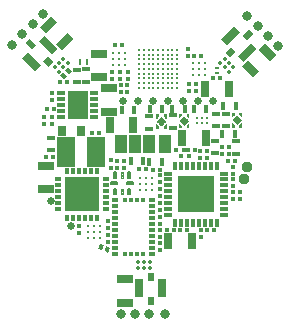
<source format=gts>
G75*
%MOIN*%
%OFA0B0*%
%FSLAX25Y25*%
%IPPOS*%
%LPD*%
%AMOC8*
5,1,8,0,0,1.08239X$1,22.5*
%
%ADD10C,0.01381*%
%ADD11C,0.01184*%
%ADD12R,0.02956X0.05318*%
%ADD13R,0.01381X0.01775*%
%ADD14R,0.01775X0.01381*%
%ADD15R,0.01381X0.02169*%
%ADD16R,0.02169X0.01381*%
%ADD17R,0.11224X0.11224*%
%ADD18R,0.12405X0.12405*%
%ADD19R,0.02562X0.01184*%
%ADD20R,0.01184X0.02562*%
%ADD21C,0.00200*%
%ADD22R,0.05318X0.02956*%
%ADD23R,0.02956X0.01184*%
%ADD24R,0.06696X0.09570*%
%ADD25R,0.01145X0.02129*%
%ADD26R,0.02562X0.01775*%
%ADD27R,0.06106X0.10043*%
%ADD28R,0.02956X0.03743*%
%ADD29R,0.01578X0.00987*%
%ADD30R,0.01775X0.02562*%
%ADD31C,0.00592*%
%ADD32C,0.00494*%
%ADD33C,0.00691*%
%ADD34C,0.01106*%
%ADD35C,0.02562*%
%ADD36C,0.03743*%
%ADD37R,0.02169X0.02956*%
%ADD38R,0.06106X0.02562*%
%ADD39R,0.02169X0.02562*%
%ADD40C,0.03153*%
%ADD41R,0.04137X0.06106*%
%ADD42R,0.02562X0.06106*%
%ADD43R,0.02070X0.01184*%
%ADD44R,0.01184X0.01676*%
D10*
X0088479Y0083105D03*
X0088479Y0085073D03*
X0090447Y0085073D03*
X0090447Y0083105D03*
X0092416Y0083105D03*
X0092416Y0085073D03*
X0118704Y0148538D03*
X0120096Y0149930D03*
X0118704Y0151322D03*
X0117312Y0152714D03*
X0115920Y0151322D03*
X0117312Y0149930D03*
X0064975Y0151322D03*
X0063583Y0152714D03*
X0062191Y0151322D03*
X0060799Y0149930D03*
X0062191Y0148538D03*
X0063583Y0149930D03*
D11*
X0080014Y0150821D03*
X0080014Y0152790D03*
X0080014Y0154758D03*
X0081983Y0154758D03*
X0081983Y0152790D03*
X0083951Y0152790D03*
X0083951Y0154758D03*
X0083951Y0150821D03*
X0081983Y0150821D03*
X0106786Y0151215D03*
X0108755Y0151215D03*
X0110723Y0151215D03*
X0110723Y0149246D03*
X0110723Y0147278D03*
X0108755Y0147278D03*
X0108755Y0149246D03*
X0106786Y0149246D03*
X0106786Y0147278D03*
X0093006Y0113026D03*
X0091038Y0113026D03*
X0089069Y0113026D03*
X0089069Y0111057D03*
X0089069Y0109089D03*
X0091038Y0109089D03*
X0091038Y0111057D03*
X0093006Y0111057D03*
X0093006Y0109089D03*
X0075684Y0096884D03*
X0075684Y0094916D03*
X0075684Y0092947D03*
X0073715Y0092947D03*
X0071747Y0092947D03*
X0071747Y0094916D03*
X0073715Y0094916D03*
X0073715Y0096884D03*
X0071747Y0096884D03*
D12*
X0098597Y0091924D03*
X0106471Y0091924D03*
X0103125Y0126254D03*
X0110999Y0126254D03*
X0110880Y0142672D03*
X0118755Y0142672D03*
G36*
X0123045Y0150236D02*
X0125135Y0152326D01*
X0128895Y0148566D01*
X0126805Y0146476D01*
X0123045Y0150236D01*
G37*
G36*
X0128613Y0155804D02*
X0130703Y0157894D01*
X0134463Y0154134D01*
X0132373Y0152044D01*
X0128613Y0155804D01*
G37*
X0086904Y0130624D03*
X0079030Y0130624D03*
G36*
X0063277Y0155663D02*
X0061187Y0157753D01*
X0064947Y0161513D01*
X0067037Y0159423D01*
X0063277Y0155663D01*
G37*
G36*
X0057709Y0161230D02*
X0055619Y0163320D01*
X0059379Y0167080D01*
X0061469Y0164990D01*
X0057709Y0161230D01*
G37*
D13*
G36*
X0076375Y0088936D02*
X0075079Y0089408D01*
X0075685Y0091074D01*
X0076981Y0090602D01*
X0076375Y0088936D01*
G37*
G36*
X0078595Y0088128D02*
X0077299Y0088600D01*
X0077905Y0090266D01*
X0079201Y0089794D01*
X0078595Y0088128D01*
G37*
X0098006Y0095821D03*
X0100369Y0095821D03*
X0102377Y0095729D03*
X0104739Y0095729D03*
X0111314Y0095624D03*
X0113676Y0095624D03*
X0119975Y0106136D03*
X0119975Y0108301D03*
X0122337Y0108301D03*
X0122337Y0106136D03*
X0120762Y0118735D03*
X0118400Y0118735D03*
X0118873Y0120939D03*
X0116510Y0120939D03*
X0116510Y0123341D03*
X0118873Y0123341D03*
X0111432Y0121963D03*
X0111432Y0119758D03*
X0109069Y0119758D03*
X0109069Y0121963D03*
X0107377Y0122475D03*
X0105014Y0122475D03*
X0103636Y0122475D03*
X0102928Y0120388D03*
X0105290Y0120388D03*
X0101274Y0122475D03*
X0095880Y0115782D03*
X0093518Y0115782D03*
X0091156Y0115900D03*
X0088794Y0115900D03*
X0083755Y0116490D03*
X0081392Y0116490D03*
X0081471Y0118735D03*
X0083833Y0118735D03*
X0075329Y0128105D03*
X0072967Y0128105D03*
X0060408Y0136057D03*
X0058046Y0136057D03*
X0057258Y0133459D03*
X0057258Y0131097D03*
X0059621Y0131097D03*
X0059621Y0133459D03*
X0062455Y0145073D03*
X0064818Y0145073D03*
G36*
X0064743Y0147012D02*
X0063767Y0146036D01*
X0062513Y0147290D01*
X0063489Y0148266D01*
X0064743Y0147012D01*
G37*
G36*
X0066413Y0148683D02*
X0065437Y0147707D01*
X0064183Y0148961D01*
X0065159Y0149937D01*
X0066413Y0148683D01*
G37*
X0080723Y0157475D03*
X0083085Y0157475D03*
X0106983Y0153853D03*
X0109345Y0153853D03*
X0113479Y0146451D03*
X0115841Y0146451D03*
X0060211Y0119994D03*
X0057849Y0119994D03*
D14*
X0059896Y0138892D03*
X0059896Y0141254D03*
X0079916Y0145964D03*
X0079916Y0148326D03*
X0082337Y0148341D03*
X0082337Y0145979D03*
X0082652Y0144128D03*
X0084936Y0144089D03*
X0085014Y0145979D03*
X0085014Y0148341D03*
X0084936Y0141727D03*
X0082652Y0141766D03*
X0079345Y0118892D03*
X0079345Y0116530D03*
X0095802Y0113931D03*
X0095802Y0111569D03*
X0095802Y0109246D03*
X0095802Y0106884D03*
X0095802Y0104640D03*
X0095802Y0102278D03*
X0095802Y0100073D03*
X0095802Y0097711D03*
X0095802Y0095585D03*
X0095802Y0093223D03*
X0095841Y0091412D03*
X0095841Y0089050D03*
X0109555Y0093301D03*
X0109555Y0095664D03*
X0120132Y0110427D03*
X0120132Y0112790D03*
X0120132Y0114364D03*
X0120132Y0116727D03*
X0107940Y0141884D03*
X0107940Y0144246D03*
X0105526Y0144246D03*
X0105526Y0141884D03*
X0105251Y0153695D03*
X0105251Y0156057D03*
X0078400Y0098774D03*
X0078400Y0096412D03*
X0078361Y0093931D03*
X0078361Y0091569D03*
X0068715Y0094798D03*
X0068715Y0097160D03*
D15*
X0068782Y0099787D03*
X0070750Y0099787D03*
X0072719Y0099787D03*
X0074687Y0099787D03*
X0066813Y0099787D03*
X0064845Y0099787D03*
X0064845Y0115535D03*
X0066813Y0115535D03*
X0068782Y0115535D03*
X0070750Y0115535D03*
X0072719Y0115535D03*
X0074687Y0115535D03*
D16*
X0077640Y0112582D03*
X0077640Y0110613D03*
X0077640Y0108645D03*
X0077640Y0106676D03*
X0077640Y0104708D03*
X0077640Y0102739D03*
X0061892Y0102739D03*
X0061892Y0104708D03*
X0061892Y0106676D03*
X0061892Y0108645D03*
X0061892Y0110613D03*
X0061892Y0112582D03*
D17*
X0069766Y0107661D03*
D18*
X0107808Y0107653D03*
D19*
X0098360Y0106669D03*
X0098360Y0104701D03*
X0098360Y0102732D03*
X0098360Y0100764D03*
X0098360Y0108638D03*
X0098360Y0110606D03*
X0098360Y0112575D03*
X0098360Y0114543D03*
X0117257Y0114543D03*
X0117257Y0112575D03*
X0117257Y0110606D03*
X0117257Y0108638D03*
X0117257Y0106669D03*
X0117257Y0104701D03*
X0117257Y0102732D03*
X0117257Y0100764D03*
D20*
X0114698Y0098205D03*
X0112730Y0098205D03*
X0110761Y0098205D03*
X0108793Y0098205D03*
X0106824Y0098205D03*
X0104856Y0098205D03*
X0102887Y0098205D03*
X0100919Y0098205D03*
X0100919Y0117102D03*
X0102887Y0117102D03*
X0104856Y0117102D03*
X0106824Y0117102D03*
X0108793Y0117102D03*
X0110761Y0117102D03*
X0112730Y0117102D03*
X0114698Y0117102D03*
D21*
X0119719Y0130211D02*
X0120349Y0130211D01*
X0120349Y0130801D01*
X0119719Y0131431D01*
X0119719Y0130211D01*
X0119719Y0130212D02*
X0120349Y0130212D01*
X0120349Y0130410D02*
X0119719Y0130410D01*
X0119719Y0130609D02*
X0120349Y0130609D01*
X0120343Y0130807D02*
X0119719Y0130807D01*
X0119719Y0131006D02*
X0120145Y0131006D01*
X0119946Y0131204D02*
X0119719Y0131204D01*
X0119719Y0131403D02*
X0119748Y0131403D01*
X0120493Y0131998D02*
X0122134Y0131998D01*
X0121935Y0131800D02*
X0120692Y0131800D01*
X0120890Y0131601D02*
X0121737Y0131601D01*
X0121538Y0131403D02*
X0121089Y0131403D01*
X0121287Y0131204D02*
X0121340Y0131204D01*
X0121314Y0131178D02*
X0119977Y0132514D01*
X0121314Y0133850D01*
X0122650Y0132514D01*
X0121314Y0131178D01*
X0122278Y0130801D02*
X0122278Y0130211D01*
X0122908Y0130211D01*
X0122908Y0131431D01*
X0122278Y0130801D01*
X0122284Y0130807D02*
X0122908Y0130807D01*
X0122908Y0130609D02*
X0122278Y0130609D01*
X0122278Y0130410D02*
X0122908Y0130410D01*
X0122908Y0130212D02*
X0122278Y0130212D01*
X0122482Y0131006D02*
X0122908Y0131006D01*
X0122908Y0131204D02*
X0122681Y0131204D01*
X0122879Y0131403D02*
X0122908Y0131403D01*
X0122333Y0132197D02*
X0120295Y0132197D01*
X0120096Y0132395D02*
X0122531Y0132395D01*
X0122570Y0132594D02*
X0120057Y0132594D01*
X0120256Y0132792D02*
X0122372Y0132792D01*
X0122173Y0132991D02*
X0120454Y0132991D01*
X0120653Y0133189D02*
X0121975Y0133189D01*
X0121776Y0133388D02*
X0120851Y0133388D01*
X0121050Y0133586D02*
X0121578Y0133586D01*
X0121379Y0133785D02*
X0121248Y0133785D01*
X0120349Y0134227D02*
X0120349Y0134817D01*
X0119719Y0134817D01*
X0119719Y0133597D01*
X0120349Y0134227D01*
X0120304Y0134182D02*
X0119719Y0134182D01*
X0119719Y0134380D02*
X0120349Y0134380D01*
X0120349Y0134579D02*
X0119719Y0134579D01*
X0119719Y0134777D02*
X0120349Y0134777D01*
X0120106Y0133983D02*
X0119719Y0133983D01*
X0119719Y0133785D02*
X0119907Y0133785D01*
X0122278Y0134227D02*
X0122278Y0134817D01*
X0122908Y0134817D01*
X0122908Y0133597D01*
X0122278Y0134227D01*
X0122323Y0134182D02*
X0122908Y0134182D01*
X0122908Y0134380D02*
X0122278Y0134380D01*
X0122278Y0134579D02*
X0122908Y0134579D01*
X0122908Y0134777D02*
X0122278Y0134777D01*
X0122521Y0133983D02*
X0122908Y0133983D01*
X0122908Y0133785D02*
X0122720Y0133785D01*
X0105270Y0133785D02*
X0104767Y0133785D01*
X0104640Y0133912D02*
X0104640Y0134502D01*
X0105270Y0134502D01*
X0105270Y0133282D01*
X0104640Y0133912D01*
X0104640Y0133983D02*
X0105270Y0133983D01*
X0105270Y0134182D02*
X0104640Y0134182D01*
X0104640Y0134380D02*
X0105270Y0134380D01*
X0105270Y0133586D02*
X0104966Y0133586D01*
X0105164Y0133388D02*
X0105270Y0133388D01*
X0104617Y0132594D02*
X0102734Y0132594D01*
X0102536Y0132395D02*
X0104816Y0132395D01*
X0105012Y0132199D02*
X0103676Y0133535D01*
X0102340Y0132199D01*
X0103676Y0130863D01*
X0105012Y0132199D01*
X0105010Y0132197D02*
X0102342Y0132197D01*
X0102540Y0131998D02*
X0104811Y0131998D01*
X0104613Y0131800D02*
X0102739Y0131800D01*
X0102937Y0131601D02*
X0104414Y0131601D01*
X0104216Y0131403D02*
X0103136Y0131403D01*
X0103334Y0131204D02*
X0104017Y0131204D01*
X0103819Y0131006D02*
X0103533Y0131006D01*
X0102711Y0130487D02*
X0102711Y0129896D01*
X0102081Y0129896D01*
X0102081Y0131116D01*
X0102711Y0130487D01*
X0102711Y0130410D02*
X0102081Y0130410D01*
X0102081Y0130212D02*
X0102711Y0130212D01*
X0102711Y0130013D02*
X0102081Y0130013D01*
X0102081Y0130609D02*
X0102589Y0130609D01*
X0102391Y0130807D02*
X0102081Y0130807D01*
X0102081Y0131006D02*
X0102192Y0131006D01*
X0102933Y0132792D02*
X0104419Y0132792D01*
X0104220Y0132991D02*
X0103131Y0132991D01*
X0103330Y0133189D02*
X0104022Y0133189D01*
X0103823Y0133388D02*
X0103528Y0133388D01*
X0102711Y0133912D02*
X0102711Y0134502D01*
X0102081Y0134502D01*
X0102081Y0133282D01*
X0102711Y0133912D01*
X0102711Y0133983D02*
X0102081Y0133983D01*
X0102081Y0133785D02*
X0102584Y0133785D01*
X0102386Y0133586D02*
X0102081Y0133586D01*
X0102081Y0133388D02*
X0102187Y0133388D01*
X0102081Y0134182D02*
X0102711Y0134182D01*
X0102711Y0134380D02*
X0102081Y0134380D01*
X0097711Y0134266D02*
X0097711Y0133046D01*
X0097081Y0133675D01*
X0097081Y0134266D01*
X0097711Y0134266D01*
X0097711Y0134182D02*
X0097081Y0134182D01*
X0097081Y0133983D02*
X0097711Y0133983D01*
X0097711Y0133785D02*
X0097081Y0133785D01*
X0097170Y0133586D02*
X0097711Y0133586D01*
X0097711Y0133388D02*
X0097369Y0133388D01*
X0097567Y0133189D02*
X0097711Y0133189D01*
X0097021Y0132395D02*
X0095213Y0132395D01*
X0095014Y0132197D02*
X0097219Y0132197D01*
X0097418Y0131998D02*
X0094816Y0131998D01*
X0094780Y0131963D02*
X0096117Y0133299D01*
X0097453Y0131963D01*
X0096117Y0130627D01*
X0094780Y0131963D01*
X0094944Y0131800D02*
X0097290Y0131800D01*
X0097091Y0131601D02*
X0095142Y0131601D01*
X0095341Y0131403D02*
X0096893Y0131403D01*
X0096694Y0131204D02*
X0095539Y0131204D01*
X0095738Y0131006D02*
X0096496Y0131006D01*
X0096297Y0130807D02*
X0095936Y0130807D01*
X0095152Y0130250D02*
X0095152Y0129660D01*
X0094522Y0129660D01*
X0094522Y0130880D01*
X0095152Y0130250D01*
X0095152Y0130212D02*
X0094522Y0130212D01*
X0094522Y0130410D02*
X0094992Y0130410D01*
X0094794Y0130609D02*
X0094522Y0130609D01*
X0094522Y0130807D02*
X0094595Y0130807D01*
X0094522Y0130013D02*
X0095152Y0130013D01*
X0095152Y0129815D02*
X0094522Y0129815D01*
X0097081Y0129815D02*
X0097711Y0129815D01*
X0097711Y0129660D02*
X0097711Y0130880D01*
X0097081Y0130250D01*
X0097081Y0129660D01*
X0097711Y0129660D01*
X0097711Y0130013D02*
X0097081Y0130013D01*
X0097081Y0130212D02*
X0097711Y0130212D01*
X0097711Y0130410D02*
X0097241Y0130410D01*
X0097440Y0130609D02*
X0097711Y0130609D01*
X0097711Y0130807D02*
X0097638Y0130807D01*
X0096822Y0132594D02*
X0095411Y0132594D01*
X0095610Y0132792D02*
X0096624Y0132792D01*
X0096425Y0132991D02*
X0095808Y0132991D01*
X0096007Y0133189D02*
X0096227Y0133189D01*
X0095152Y0133675D02*
X0095152Y0134266D01*
X0094522Y0134266D01*
X0094522Y0133046D01*
X0095152Y0133675D01*
X0095152Y0133785D02*
X0094522Y0133785D01*
X0094522Y0133983D02*
X0095152Y0133983D01*
X0095152Y0134182D02*
X0094522Y0134182D01*
X0094522Y0133586D02*
X0095063Y0133586D01*
X0094865Y0133388D02*
X0094522Y0133388D01*
X0094522Y0133189D02*
X0094666Y0133189D01*
X0104640Y0130487D02*
X0104640Y0129896D01*
X0105270Y0129896D01*
X0105270Y0131116D01*
X0104640Y0130487D01*
X0104640Y0130410D02*
X0105270Y0130410D01*
X0105270Y0130212D02*
X0104640Y0130212D01*
X0104640Y0130013D02*
X0105270Y0130013D01*
X0105270Y0130609D02*
X0104763Y0130609D01*
X0104961Y0130807D02*
X0105270Y0130807D01*
X0105270Y0131006D02*
X0105160Y0131006D01*
D22*
X0078873Y0135191D03*
X0078873Y0143065D03*
X0075526Y0146609D03*
X0075526Y0154483D03*
X0057810Y0117160D03*
X0057810Y0109286D03*
X0083951Y0079325D03*
X0083951Y0071451D03*
D23*
X0073912Y0133538D03*
X0073912Y0135506D03*
X0073912Y0137475D03*
X0073912Y0139443D03*
X0073912Y0141412D03*
X0062888Y0141412D03*
X0062888Y0139443D03*
X0062888Y0137475D03*
X0062888Y0135506D03*
X0062888Y0133538D03*
D24*
X0068400Y0137475D03*
D25*
X0069050Y0151805D03*
X0071609Y0151805D03*
D26*
X0071195Y0149260D03*
X0067967Y0149181D03*
X0067967Y0144981D03*
X0071195Y0145060D03*
X0059503Y0126504D03*
X0059503Y0122304D03*
X0092180Y0129469D03*
X0092180Y0133669D03*
X0099975Y0133905D03*
X0099975Y0129705D03*
X0114542Y0130335D03*
X0117849Y0130335D03*
X0117849Y0134535D03*
X0114542Y0134535D03*
X0114188Y0125441D03*
X0114188Y0121241D03*
X0121038Y0121123D03*
X0121038Y0125323D03*
D27*
X0074542Y0121805D03*
X0064306Y0121805D03*
D28*
X0063006Y0128853D03*
X0069463Y0128853D03*
D29*
X0114936Y0147987D03*
X0114936Y0149561D03*
D30*
X0116930Y0136963D03*
X0121130Y0136963D03*
X0120736Y0127632D03*
X0116536Y0127632D03*
X0111209Y0135900D03*
X0107009Y0135900D03*
X0104122Y0136175D03*
X0099922Y0136175D03*
X0096484Y0136175D03*
X0092284Y0136175D03*
X0087272Y0135782D03*
X0083072Y0135782D03*
X0085946Y0118656D03*
X0090146Y0118656D03*
X0092245Y0118262D03*
X0096445Y0118262D03*
D31*
X0085783Y0113203D02*
X0085191Y0113203D01*
X0085191Y0114975D01*
X0085783Y0114975D01*
X0085783Y0113203D01*
X0085783Y0113794D02*
X0085191Y0113794D01*
X0085191Y0114385D02*
X0085783Y0114385D01*
X0081058Y0113203D02*
X0080466Y0113203D01*
X0080466Y0114975D01*
X0081058Y0114975D01*
X0081058Y0113203D01*
X0081058Y0113794D02*
X0080466Y0113794D01*
X0080466Y0114385D02*
X0081058Y0114385D01*
X0081058Y0109463D02*
X0080466Y0109463D01*
X0081058Y0109463D02*
X0081058Y0107691D01*
X0080466Y0107691D01*
X0080466Y0109463D01*
X0080466Y0108282D02*
X0081058Y0108282D01*
X0081058Y0108873D02*
X0080466Y0108873D01*
X0085191Y0109463D02*
X0085783Y0109463D01*
X0085783Y0107691D01*
X0085191Y0107691D01*
X0085191Y0109463D01*
X0085191Y0108282D02*
X0085783Y0108282D01*
X0085783Y0108873D02*
X0085191Y0108873D01*
D32*
X0083371Y0109512D02*
X0082879Y0109512D01*
X0083371Y0109512D02*
X0083371Y0107642D01*
X0082879Y0107642D01*
X0082879Y0109512D01*
X0082879Y0108135D02*
X0083371Y0108135D01*
X0083371Y0108628D02*
X0082879Y0108628D01*
X0082879Y0109121D02*
X0083371Y0109121D01*
X0083371Y0115024D02*
X0082879Y0115024D01*
X0083371Y0115024D02*
X0083371Y0113154D01*
X0082879Y0113154D01*
X0082879Y0115024D01*
X0082879Y0113647D02*
X0083371Y0113647D01*
X0083371Y0114140D02*
X0082879Y0114140D01*
X0082879Y0114633D02*
X0083371Y0114633D01*
D33*
X0084944Y0111678D02*
X0084944Y0110988D01*
X0084944Y0111678D02*
X0086816Y0111678D01*
X0086816Y0110988D01*
X0084944Y0110988D01*
X0084944Y0111678D02*
X0086816Y0111678D01*
X0079433Y0111678D02*
X0079433Y0110988D01*
X0079433Y0111678D02*
X0081305Y0111678D01*
X0081305Y0110988D01*
X0079433Y0110988D01*
X0079433Y0111678D02*
X0081305Y0111678D01*
D34*
X0108243Y0131490D03*
X0109818Y0131490D03*
X0111392Y0131490D03*
X0111392Y0133065D03*
X0109818Y0133065D03*
X0108243Y0133065D03*
X0101471Y0143144D03*
X0099896Y0143144D03*
X0098321Y0143144D03*
X0096747Y0143144D03*
X0096747Y0144719D03*
X0098321Y0144719D03*
X0098321Y0146294D03*
X0096747Y0146294D03*
X0096747Y0147868D03*
X0098321Y0147868D03*
X0098321Y0149443D03*
X0096747Y0149443D03*
X0096747Y0151018D03*
X0098321Y0151018D03*
X0098321Y0152593D03*
X0096747Y0152593D03*
X0096747Y0154168D03*
X0096747Y0155742D03*
X0098321Y0155742D03*
X0098321Y0154168D03*
X0099896Y0154168D03*
X0099896Y0155742D03*
X0101471Y0155742D03*
X0101471Y0154168D03*
X0101471Y0152593D03*
X0099896Y0152593D03*
X0099896Y0151018D03*
X0099896Y0149443D03*
X0099896Y0147868D03*
X0099896Y0146294D03*
X0101471Y0146294D03*
X0101471Y0147868D03*
X0101471Y0149443D03*
X0101471Y0151018D03*
X0101471Y0144719D03*
X0099896Y0144719D03*
X0095172Y0144719D03*
X0095172Y0146294D03*
X0095172Y0147868D03*
X0093597Y0147868D03*
X0093597Y0146294D03*
X0092022Y0146294D03*
X0092022Y0147868D03*
X0090447Y0147868D03*
X0088873Y0147868D03*
X0088873Y0146294D03*
X0090447Y0146294D03*
X0090447Y0144719D03*
X0088873Y0144719D03*
X0088873Y0143144D03*
X0090447Y0143144D03*
X0092022Y0143144D03*
X0092022Y0144719D03*
X0093597Y0144719D03*
X0093597Y0143144D03*
X0095172Y0143144D03*
X0095172Y0149443D03*
X0093597Y0149443D03*
X0092022Y0149443D03*
X0090447Y0149443D03*
X0088873Y0149443D03*
X0088873Y0151018D03*
X0090447Y0151018D03*
X0090447Y0152593D03*
X0088873Y0152593D03*
X0088873Y0154168D03*
X0088873Y0155742D03*
X0090447Y0155742D03*
X0090447Y0154168D03*
X0092022Y0154168D03*
X0092022Y0155742D03*
X0093597Y0155742D03*
X0093597Y0154168D03*
X0095172Y0154168D03*
X0095172Y0155742D03*
X0095172Y0152593D03*
X0093597Y0152593D03*
X0092022Y0152593D03*
X0092022Y0151018D03*
X0093597Y0151018D03*
X0095172Y0151018D03*
D35*
X0093440Y0138853D03*
X0088440Y0138853D03*
X0083440Y0138853D03*
X0098440Y0138853D03*
X0103440Y0138853D03*
X0108440Y0138853D03*
X0113440Y0138853D03*
X0066038Y0096924D03*
X0059424Y0105427D03*
D36*
X0123827Y0112648D03*
X0124896Y0116569D03*
D37*
G36*
X0124829Y0158976D02*
X0123296Y0160509D01*
X0125385Y0162598D01*
X0126918Y0161065D01*
X0124829Y0158976D01*
G37*
G36*
X0054537Y0157447D02*
X0053004Y0155914D01*
X0050915Y0158003D01*
X0052448Y0159536D01*
X0054537Y0157447D01*
G37*
X0092613Y0071884D03*
D38*
G36*
X0054256Y0148814D02*
X0049940Y0153130D01*
X0051752Y0154942D01*
X0056068Y0150626D01*
X0054256Y0148814D01*
G37*
G36*
X0059824Y0154382D02*
X0055508Y0158698D01*
X0057320Y0160510D01*
X0061636Y0156194D01*
X0059824Y0154382D01*
G37*
G36*
X0116197Y0159257D02*
X0120513Y0163573D01*
X0122325Y0161761D01*
X0118009Y0157445D01*
X0116197Y0159257D01*
G37*
G36*
X0121764Y0153689D02*
X0126080Y0158005D01*
X0127892Y0156193D01*
X0123576Y0151877D01*
X0121764Y0153689D01*
G37*
D39*
G36*
X0119122Y0153269D02*
X0117589Y0154802D01*
X0119400Y0156613D01*
X0120933Y0155080D01*
X0119122Y0153269D01*
G37*
G36*
X0060244Y0151739D02*
X0058711Y0150206D01*
X0056900Y0152017D01*
X0058433Y0153550D01*
X0060244Y0151739D01*
G37*
X0092613Y0080152D03*
D40*
X0092219Y0067553D03*
X0087495Y0067553D03*
X0082770Y0067553D03*
X0097337Y0067553D03*
X0135129Y0156889D03*
X0131788Y0160230D03*
X0128447Y0163571D03*
X0124828Y0167190D03*
X0056623Y0167747D03*
X0053283Y0164406D03*
X0049942Y0161065D03*
X0046323Y0157446D03*
D41*
X0082770Y0124246D03*
X0087495Y0124246D03*
X0092219Y0124246D03*
X0097337Y0124246D03*
D42*
X0096550Y0076215D03*
X0088676Y0076215D03*
D43*
X0093203Y0087868D03*
X0093203Y0089837D03*
X0093203Y0091805D03*
X0093203Y0093774D03*
X0093203Y0095742D03*
X0093203Y0097711D03*
X0093203Y0099679D03*
X0093203Y0101648D03*
X0093203Y0103616D03*
X0093203Y0105585D03*
X0080920Y0105585D03*
X0080920Y0103616D03*
X0080920Y0101648D03*
X0080920Y0099679D03*
X0080920Y0097711D03*
X0080920Y0095742D03*
X0080920Y0093774D03*
X0080920Y0091805D03*
X0080920Y0089837D03*
X0080920Y0087868D03*
D44*
X0084109Y0087672D03*
X0086077Y0087672D03*
X0088046Y0087672D03*
X0090014Y0087672D03*
X0090014Y0105782D03*
X0088046Y0105782D03*
X0086077Y0105782D03*
X0084109Y0105782D03*
M02*

</source>
